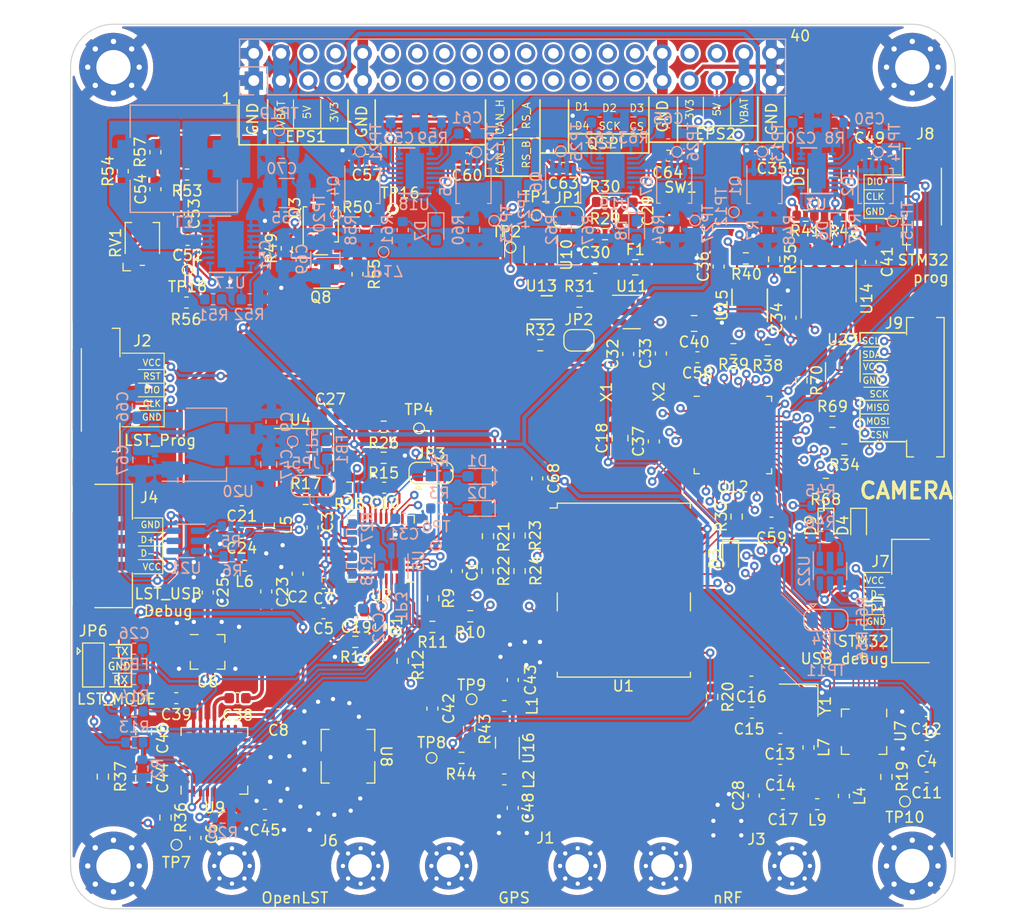
<source format=kicad_pcb>
(kicad_pcb (version 20211014) (generator pcbnew)

  (general
    (thickness 0.986)
  )

  (paper "A4")
  (layers
    (0 "F.Cu" power)
    (1 "In1.Cu" mixed)
    (2 "In2.Cu" mixed)
    (31 "B.Cu" power)
    (32 "B.Adhes" user "B.Adhesive")
    (33 "F.Adhes" user "F.Adhesive")
    (34 "B.Paste" user)
    (35 "F.Paste" user)
    (36 "B.SilkS" user "B.Silkscreen")
    (37 "F.SilkS" user "F.Silkscreen")
    (38 "B.Mask" user)
    (39 "F.Mask" user)
    (40 "Dwgs.User" user "User.Drawings")
    (41 "Cmts.User" user "User.Comments")
    (42 "Eco1.User" user "User.Eco1")
    (43 "Eco2.User" user "User.Eco2")
    (44 "Edge.Cuts" user)
    (45 "Margin" user)
    (46 "B.CrtYd" user "B.Courtyard")
    (47 "F.CrtYd" user "F.Courtyard")
    (48 "B.Fab" user)
    (49 "F.Fab" user)
    (50 "User.1" user)
    (51 "User.2" user)
    (52 "User.3" user)
    (53 "User.4" user)
    (54 "User.5" user)
    (55 "User.6" user)
    (56 "User.7" user)
    (57 "User.8" user)
    (58 "User.9" user)
  )

  (setup
    (stackup
      (layer "F.SilkS" (type "Top Silk Screen"))
      (layer "F.Paste" (type "Top Solder Paste"))
      (layer "F.Mask" (type "Top Solder Mask") (thickness 0.01))
      (layer "F.Cu" (type "copper") (thickness 0.018))
      (layer "dielectric 1" (type "core") (thickness 0.175) (material "FR4") (epsilon_r 4.5) (loss_tangent 0.02))
      (layer "In1.Cu" (type "copper") (thickness 0.035))
      (layer "dielectric 2" (type "prepreg") (thickness 0.51) (material "FR4") (epsilon_r 4.5) (loss_tangent 0.02))
      (layer "In2.Cu" (type "copper") (thickness 0.035))
      (layer "dielectric 3" (type "core") (thickness 0.175) (material "FR4") (epsilon_r 4.5) (loss_tangent 0.02))
      (layer "B.Cu" (type "copper") (thickness 0.018))
      (layer "B.Mask" (type "Bottom Solder Mask") (thickness 0.01))
      (layer "B.Paste" (type "Bottom Solder Paste"))
      (layer "B.SilkS" (type "Bottom Silk Screen"))
      (copper_finish "None")
      (dielectric_constraints no)
    )
    (pad_to_mask_clearance 0)
    (pcbplotparams
      (layerselection 0x00010fc_ffffffff)
      (disableapertmacros false)
      (usegerberextensions false)
      (usegerberattributes true)
      (usegerberadvancedattributes true)
      (creategerberjobfile true)
      (svguseinch false)
      (svgprecision 6)
      (excludeedgelayer true)
      (plotframeref false)
      (viasonmask false)
      (mode 1)
      (useauxorigin false)
      (hpglpennumber 1)
      (hpglpenspeed 20)
      (hpglpendiameter 15.000000)
      (dxfpolygonmode true)
      (dxfimperialunits true)
      (dxfusepcbnewfont true)
      (psnegative false)
      (psa4output false)
      (plotreference true)
      (plotvalue true)
      (plotinvisibletext false)
      (sketchpadsonfab false)
      (subtractmaskfromsilk false)
      (outputformat 1)
      (mirror false)
      (drillshape 1)
      (scaleselection 1)
      (outputdirectory "")
    )
  )

  (net 0 "")
  (net 1 "Net-(C1-Pad1)")
  (net 2 "GND")
  (net 3 "+3V3")
  (net 4 "/OpenLST (Beacon)/PA_VAPC")
  (net 5 "+3V8")
  (net 6 "/OpenLST (Beacon)/VDD_USB_LST")
  (net 7 "Net-(C12-Pad1)")
  (net 8 "Net-(C13-Pad2)")
  (net 9 "Net-(C15-Pad1)")
  (net 10 "Net-(C16-Pad1)")
  (net 11 "Net-(C17-Pad1)")
  (net 12 "Net-(C17-Pad2)")
  (net 13 "/MCU/MCU_POWER")
  (net 14 "Net-(C19-Pad1)")
  (net 15 "/3V3 power share/VCC_EN")
  (net 16 "Net-(C21-Pad2)")
  (net 17 "Net-(C22-Pad1)")
  (net 18 "Net-(C23-Pad2)")
  (net 19 "Net-(C24-Pad1)")
  (net 20 "Net-(C24-Pad2)")
  (net 21 "Net-(C25-Pad2)")
  (net 22 "Net-(C26-Pad1)")
  (net 23 "Net-(C29-Pad1)")
  (net 24 "/3V3 power share/EPS#1")
  (net 25 "Net-(C35-Pad2)")
  (net 26 "Net-(C38-Pad1)")
  (net 27 "Net-(C38-Pad2)")
  (net 28 "Net-(C39-Pad1)")
  (net 29 "Net-(C39-Pad2)")
  (net 30 "/MCU/VREF")
  (net 31 "Net-(C42-Pad1)")
  (net 32 "Net-(C43-Pad1)")
  (net 33 "Net-(C43-Pad2)")
  (net 34 "Net-(C45-Pad1)")
  (net 35 "Net-(C45-Pad2)")
  (net 36 "Net-(C48-Pad1)")
  (net 37 "Net-(C48-Pad2)")
  (net 38 "Net-(C49-Pad1)")
  (net 39 "/3V3 power share/EPS#2")
  (net 40 "Net-(C50-Pad1)")
  (net 41 "VIN")
  (net 42 "Net-(C52-Pad1)")
  (net 43 "Net-(C52-Pad2)")
  (net 44 "Net-(C53-Pad1)")
  (net 45 "Net-(C54-Pad1)")
  (net 46 "/Power Convertor/VBAT1/VCC_EN")
  (net 47 "/Power Convertor/EPS#1_VBAT")
  (net 48 "Net-(C57-Pad2)")
  (net 49 "Net-(C60-Pad1)")
  (net 50 "/Power Convertor/EPS#2_VBAT")
  (net 51 "Net-(C61-Pad1)")
  (net 52 "/5V power share/VCC_EN")
  (net 53 "/5V power share/EPS#1")
  (net 54 "Net-(C63-Pad2)")
  (net 55 "Net-(C64-Pad1)")
  (net 56 "/5V power share/EPS#2")
  (net 57 "Net-(C65-Pad1)")
  (net 58 "/OpenLST (Beacon)/USB_POWER_LST")
  (net 59 "Net-(D1-Pad2)")
  (net 60 "Net-(D2-Pad2)")
  (net 61 "Net-(D3-Pad1)")
  (net 62 "Net-(D4-Pad1)")
  (net 63 "/MCU/CAN_L")
  (net 64 "/MCU/CAN_H")
  (net 65 "Net-(D6-Pad1)")
  (net 66 "Net-(D6-Pad2)")
  (net 67 "Net-(D7-Pad1)")
  (net 68 "Net-(D7-Pad2)")
  (net 69 "Net-(D8-Pad1)")
  (net 70 "Net-(D8-Pad2)")
  (net 71 "Net-(D9-Pad1)")
  (net 72 "Net-(F1-Pad2)")
  (net 73 "Net-(FB1-Pad1)")
  (net 74 "/OpenLST (Beacon)/PROG_DD")
  (net 75 "/OpenLST (Beacon)/PROG_DC")
  (net 76 "/OpenLST (Beacon)/~{LST_RESET}")
  (net 77 "/MCU/USB_POWER")
  (net 78 "/MCU/SWCLK")
  (net 79 "/MCU/SWDIO")
  (net 80 "/MCU/QSPI_D1{slash}CAM_CSN")
  (net 81 "/MCU/QSPI_D2{slash}CAM_MOSI")
  (net 82 "/MCU/QSPI_D3{slash}CAM_MISO")
  (net 83 "/MCU/CAM_SCK")
  (net 84 "+5V")
  (net 85 "/I2C_SDA")
  (net 86 "/I2C_SCL")
  (net 87 "unconnected-(J12-Pad6)")
  (net 88 "unconnected-(J12-Pad8)")
  (net 89 "unconnected-(J12-Pad11)")
  (net 90 "unconnected-(J12-Pad12)")
  (net 91 "unconnected-(J12-Pad13)")
  (net 92 "unconnected-(J12-Pad14)")
  (net 93 "unconnected-(J12-Pad15)")
  (net 94 "unconnected-(J12-Pad16)")
  (net 95 "unconnected-(J12-Pad17)")
  (net 96 "unconnected-(J12-Pad18)")
  (net 97 "/MCU/RS_485_~{B}")
  (net 98 "/MCU/RS_485_A")
  (net 99 "unconnected-(J12-Pad23)")
  (net 100 "unconnected-(J12-Pad24)")
  (net 101 "/MCU/QSPI_D0")
  (net 102 "/MCU/QSPI_SCK")
  (net 103 "/MCU/QSPI_NCS")
  (net 104 "unconnected-(J12-Pad34)")
  (net 105 "unconnected-(J12-Pad36)")
  (net 106 "Net-(JP1-Pad1)")
  (net 107 "/MCU/NRST")
  (net 108 "Net-(JP2-Pad1)")
  (net 109 "Net-(JP2-Pad2)")
  (net 110 "/OpenLST (Beacon)/RF_EN")
  (net 111 "/OpenLST (Beacon)/RF_EN_MCU")
  (net 112 "/OpenLST (Beacon)/RF_PWR_EN")
  (net 113 "Net-(JP4-Pad3)")
  (net 114 "/MCU/VDD_USB")
  (net 115 "Net-(L3-Pad1)")
  (net 116 "Net-(L3-Pad2)")
  (net 117 "Net-(L4-Pad1)")
  (net 118 "Net-(L4-Pad2)")
  (net 119 "Net-(Q1-Pad5)")
  (net 120 "Net-(Q1-Pad4)")
  (net 121 "Net-(Q2-Pad4)")
  (net 122 "Net-(Q2-Pad5)")
  (net 123 "Net-(Q3-Pad4)")
  (net 124 "Net-(Q3-Pad5)")
  (net 125 "Net-(Q4-Pad5)")
  (net 126 "Net-(Q4-Pad4)")
  (net 127 "Net-(Q5-Pad4)")
  (net 128 "Net-(Q5-Pad5)")
  (net 129 "Net-(Q6-Pad5)")
  (net 130 "Net-(Q6-Pad4)")
  (net 131 "Net-(Q7-Pad4)")
  (net 132 "Net-(Q7-Pad5)")
  (net 133 "/OpenLST (Beacon)/~{LST_RX_MODE}")
  (net 134 "/OpenLST (Beacon)/LST_TX_MODE")
  (net 135 "Net-(R3-Pad2)")
  (net 136 "Net-(R4-Pad2)")
  (net 137 "Net-(R5-Pad1)")
  (net 138 "/OpenLST (Beacon)/USB_N")
  (net 139 "/OpenLST (Beacon)/USB_P")
  (net 140 "Net-(R6-Pad2)")
  (net 141 "Net-(R8-Pad2)")
  (net 142 "Net-(R9-Pad1)")
  (net 143 "/OpenLST (Beacon)/UART0_CTS")
  (net 144 "Net-(R10-Pad1)")
  (net 145 "/OpenLST (Beacon)/UART0_RTS")
  (net 146 "Net-(R11-Pad1)")
  (net 147 "/OpenLST (Beacon)/UART0_RX")
  (net 148 "Net-(R12-Pad1)")
  (net 149 "/OpenLST (Beacon)/UART0_TX")
  (net 150 "Net-(R15-Pad2)")
  (net 151 "Net-(R16-Pad2)")
  (net 152 "Net-(R17-Pad1)")
  (net 153 "Net-(R17-Pad2)")
  (net 154 "Net-(R19-Pad2)")
  (net 155 "/OpenLST (Beacon)/AN0")
  (net 156 "/OpenLST (Beacon)/AN1")
  (net 157 "Net-(R25-Pad2)")
  (net 158 "/OpenLST (Beacon)/RF_BYP")
  (net 159 "Net-(R32-Pad1)")
  (net 160 "/MCU/LED2")
  (net 161 "/MCU/CAN_RS")
  (net 162 "/MCU/RS_485_R_EN")
  (net 163 "/MCU/RS_485_T_EN")
  (net 164 "Net-(R43-Pad2)")
  (net 165 "Net-(R44-Pad1)")
  (net 166 "Net-(R44-Pad2)")
  (net 167 "Net-(R45-Pad1)")
  (net 168 "/MCU/USB_N")
  (net 169 "/MCU/USB_P")
  (net 170 "Net-(R46-Pad2)")
  (net 171 "Net-(R51-Pad2)")
  (net 172 "Net-(R52-Pad1)")
  (net 173 "Net-(R54-Pad2)")
  (net 174 "Net-(R59-Pad2)")
  (net 175 "Net-(R63-Pad2)")
  (net 176 "unconnected-(U1-Pad1)")
  (net 177 "unconnected-(U1-Pad3)")
  (net 178 "/GPS Module/IRQ")
  (net 179 "unconnected-(U1-Pad5)")
  (net 180 "unconnected-(U1-Pad6)")
  (net 181 "/GPS Module/RESET")
  (net 182 "unconnected-(U1-Pad15)")
  (net 183 "unconnected-(U1-Pad16)")
  (net 184 "unconnected-(U1-Pad17)")
  (net 185 "/GPS Module/TXD")
  (net 186 "/GPS Module/RXD")
  (net 187 "unconnected-(U2-Pad8)")
  (net 188 "unconnected-(U2-Pad18)")
  (net 189 "unconnected-(U2-Pad20)")
  (net 190 "/MCU/NRF_CE")
  (net 191 "/MCU/NRF_SPI_CSN")
  (net 192 "/MCU/NRF_SPI_SCK")
  (net 193 "/MCU/NRF_SPI_MOSI")
  (net 194 "/MCU/NRF_SPI_MISO")
  (net 195 "/MCU/NRF_IRQ")
  (net 196 "Net-(U8-Pad2)")
  (net 197 "Net-(U8-Pad6)")
  (net 198 "unconnected-(U9-Pad14)")
  (net 199 "unconnected-(U9-Pad16)")
  (net 200 "unconnected-(U9-Pad25)")
  (net 201 "unconnected-(U10-Pad3)")
  (net 202 "/MCU/WDG_RESET")
  (net 203 "unconnected-(U11-Pad3)")
  (net 204 "unconnected-(U12-Pad1)")
  (net 205 "/MCU/LSE")
  (net 206 "/MCU/HSE")
  (net 207 "/MCU/CAN_RX")
  (net 208 "/MCU/CAN_TX")
  (net 209 "unconnected-(U13-Pad3)")
  (net 210 "/MCU/RS_485_R")
  (net 211 "/MCU/RS_485_T")
  (net 212 "unconnected-(U15-Pad7)")
  (net 213 "Net-(JP6-Pad3)")
  (net 214 "/camera/CAM_VCC")
  (net 215 "Net-(R70-Pad1)")
  (net 216 "Net-(J4-Pad2)")
  (net 217 "Net-(J4-Pad3)")
  (net 218 "Net-(J7-Pad2)")
  (net 219 "Net-(J7-Pad3)")
  (net 220 "Net-(JP6-Pad1)")
  (net 221 "unconnected-(X1-Pad1)")

  (footprint "Capacitor_SMD:C_0805_2012Metric_Pad1.18x1.45mm_HandSolder" (layer "F.Cu") (at 143.1544 71.9044))

  (footprint "TCY_Buttons:KMT031NGJLHS" (layer "F.Cu") (at 141.8844 61.5881))

  (footprint "Resistor_SMD:R_0603_1608Metric" (layer "F.Cu") (at 93.853 117.983 90))

  (footprint "Resistor_SMD:R_0603_1608Metric" (layer "F.Cu") (at 157.099 61.849 180))

  (footprint "Package_DFN_QFN:QFN-20-1EP_4x4mm_P0.5mm_EP2.5x2.5mm" (layer "F.Cu") (at 159.004 109.982 -90))

  (footprint "MountingHole:MountingHole_3.2mm_M3_Pad_Via" (layer "F.Cu") (at 163.5 122.5))

  (footprint "Resistor_SMD:R_0603_1608Metric" (layer "F.Cu") (at 123.9266 91.7448 90))

  (footprint "Capacitor_SMD:C_0603_1608Metric" (layer "F.Cu") (at 94.8583 106.8505))

  (footprint "Resistor_SMD:R_0603_1608Metric" (layer "F.Cu") (at 147.9804 65.8368 180))

  (footprint "Inductor_SMD:L_0603_1608Metric" (layer "F.Cu") (at 103.492 90.678 -90))

  (footprint "Resistor_SMD:R_0603_1608Metric" (layer "F.Cu") (at 121.4628 112.4204))

  (footprint "MountingHole:MountingHole_3.2mm_M3_Pad_Via" (layer "F.Cu") (at 89 48))

  (footprint "Capacitor_SMD:C_0603_1608Metric" (layer "F.Cu") (at 100.965 88.392))

  (footprint "TCY_Connector:Amphenol 10114830-11104LF 1x04 Vertical" (layer "F.Cu") (at 88.265 92.6592 -90))

  (footprint "Capacitor_SMD:C_0603_1608Metric" (layer "F.Cu") (at 128.524 86.36 90))

  (footprint "Capacitor_SMD:C_0603_1608Metric" (layer "F.Cu") (at 152.146 71.374 90))

  (footprint "Resistor_SMD:R_0603_1608Metric" (layer "F.Cu") (at 153.162 77.216 -90))

  (footprint "Capacitor_SMD:C_0603_1608Metric" (layer "F.Cu") (at 114.2492 87.2236 180))

  (footprint "Inductor_SMD:L_0603_1608Metric" (layer "F.Cu") (at 125.45 114.427 180))

  (footprint "RF_GPS:ublox_NEO" (layer "F.Cu") (at 136.6012 96.774))

  (footprint "Package_TO_SOT_SMD:SOT-23-6_Handsoldering" (layer "F.Cu") (at 157.0228 76.454 -90))

  (footprint "Capacitor_SMD:C_0603_1608Metric" (layer "F.Cu") (at 108.585 96.139 180))

  (footprint "Inductor_SMD:L_0603_1608Metric" (layer "F.Cu") (at 105.156 64.897 90))

  (footprint "Resistor_SMD:R_0603_1608Metric" (layer "F.Cu") (at 161.0868 114.1984 90))

  (footprint "Jumper:SolderJumper-2_P1.3mm_Open_RoundedPad1.0x1.5mm" (layer "F.Cu") (at 132.4108 73.4753 180))

  (footprint "Capacitor_SMD:C_0603_1608Metric" (layer "F.Cu") (at 118.745 107.823 -90))

  (footprint "Jumper:SolderJumper-2_P1.3mm_Open_RoundedPad1.0x1.5mm" (layer "F.Cu") (at 131.4456 61.9945))

  (footprint "Inductor_SMD:L_0603_1608Metric" (layer "F.Cu") (at 95.8596 58.0136))

  (footprint "Capacitor_SMD:C_0603_1608Metric" (layer "F.Cu") (at 133.9218 66.7189))

  (footprint "Capacitor_SMD:C_0603_1608Metric" (layer "F.Cu") (at 126.24 105.156 -90))

  (footprint "Capacitor_SMD:C_0603_1608Metric" (layer "F.Cu") (at 151.1938 113.538))

  (footprint "MountingHole:MountingHole_3.2mm_M3_Pad_Via" (layer "F.Cu") (at 163.5 48))

  (footprint "Resistor_SMD:R_0603_1608Metric" (layer "F.Cu") (at 111.5568 101.6 180))

  (footprint "Resistor_SMD:R_0603_1608Metric" (layer "F.Cu") (at 118.8212 97.536 -90))

  (footprint "Resistor_SMD:R_0603_1608Metric" (layer "F.Cu") (at 134.8492 60.5721))

  (footprint "Resistor_SMD:R_0603_1608Metric" (layer "F.Cu") (at 157.1752 83.6676 180))

  (footprint "Capacitor_SMD:C_0603_1608Metric" (layer "F.Cu") (at 122.0216 56.515))

  (footprint "TCY_Connector:TestPoint_Pad_D0.5mm" (layer "F.Cu") (at 122.4026 106.947))

  (footprint "Resistor_SMD:R_0603_1608Metric" (layer "F.Cu") (at 126.873 94.996 90))

  (footprint "Resistor_SMD:R_0603_1608Metric" (layer "F.Cu") (at 115.9764 103.378 -90))

  (footprint "Capacitor_SMD:C_0603_1608Metric" (layer "F.Cu") (at 139.3952 82.9056 90))

  (footprint "Resistor_SMD:R_0603_1608Metric" (layer "F.Cu") (at 110.998 87.2236))

  (footprint "Resistor_SMD:R_0603_1608Metric" (layer "F.Cu") (at 113.9444 100.1268 90))

  (footprint "footprints:iPEX" (layer "F.Cu") (at 146.25 122.5 180))

  (footprint "Capacitor_SMD:C_0603_1608Metric" (layer "F.Cu") (at 148.717 115.938 90))

  (footprint "Capacitor_SMD:C_0603_1608Metric" (layer "F.Cu") (at 164.846 114.2492 180))

  (footprint "Capacitor_SMD:C_0603_1608Metric" (layer "F.Cu") (at 112.649 56.642))

  (footprint "Inductor_SMD:L_0603_1608Metric" (layer "F.Cu") (at 153.8224 111.4552 -90))

  (footprint "Capacitor_SMD:C_0603_1608Metric" (layer "F.Cu") (at 137.414 61.3849 -90))

  (footprint "Capacitor_SMD:C_0603_1608Metric" (layer "F.Cu") (at 159.517223 56.0263))

  (footprint "Resistor_SMD:R_0603_1608Metric" (layer "F.Cu") (at 144.8308 106.7308 90))

  (footprint "Resistor_SMD:R_0603_1608Metric" (layer "F.Cu") (at 123.8758 94.996 90))

  (footprint "footprints:iPEX" (layer "F.Cu") (at 106 122.5 180))

  (footprint "Capacitor_SMD:C_0603_1608Metric" (layer "F.Cu") (at 100.952 91.44 180))

  (footprint "TCY_Connector:TestPoint_Pad_D0.5mm" (layer "F.Cu") (at 117.5004 81.6864))

  (footprint "Package_DFN_QFN:DFN-10-1EP_3x3mm_P0.5mm_EP1.55x2.48mm" (layer "F.Cu")
    (tedit 5EA4BECA) (tstamp 64263d5c-9427-4c92-a73a-afe8e63e20fb)
    (at 148.336 70.2056 90)
    (descr "10-Lead Plastic Dual Flat, No Lead Package (MF) - 3x3x0.9 mm Body [DFN] (see Microchip Packaging Specification 00000049BS.pdf)")
    (tags "DFN 0.5")
    (property "Sheetfile" "mcu_comm.kicad_sch")
    (property "Sheetname" "MCU")
    (path "/81a5172c-b171-400d-8856-41d6e486bdd1/a66e8b44-b972-4f7b-ba80-f64e58de1944")
    (attr smd)
    (fp_text reference "U15" (at 0 -2.575 90) (layer "F.SilkS")
      (effects (font (size 1 1) (thickness 0.15)))
      (tstamp af58d6aa-33e4-4da2-8ea3-2304125e31c0)
    )
    (fp_text value "MAX13430ETB+" (at 0 2.575 90) (layer "F.Fab")
      (effects (font (size 1 1) (thickness 0.15)))
      (tstamp 94937ca0-c1d9-424d-88cf-010fb503f8a5)
    )
    (fp_text user "${REFERENCE}" (at 0 0 90) (layer "F.Fab")
      (effects (font (size 0.7 0.7) (thickness 0.105)))
      (tstamp 67a55320-79e2-4952-9d6a-671cbdcfc9f7)
    )
    (fp_line (start -1.5 1.65) (end 1.5 1.65) (layer "F.SilkS") (width 0.15) (tstamp 47b3834c-8a87-4af3-9143-c88b9cd89304))
    (fp_line (start 0 -1.65) (end 1.5 -1.65) (layer "F.SilkS") (width 0.15) (tstamp adc74667-5dec-4b95-9d35-ffc7db9ad260))
    (fp_line (start -2.15 -1.85) (end -2.15 1.85) (layer "F.CrtYd") (width 0.05) (tstamp 20c401b1-c1bb-42cd-8ef2-fd89663a6cf3))
    (fp_line (start -2.15 1.85) (end 2.15 1.85) (layer "F.CrtYd") (width 0.05) (tstamp a7098063-91db-4dae-8c97-631051e8de0e))
    (fp_line (start 2.15 -1.85) (end 2.15 1.85) (layer "F.CrtYd") (width 0.05) (tstamp d1594cc0-0357-4de5-8d76-bb3a044297b2))
    (fp_line (start -2.15 -1.85) (end 2.15 -1.85) (layer "F.CrtYd") (width 0.05) (tstamp d500cfb3-be5f-4c90-8432-d0e5e29eda2a))
    (fp_line (start -1.5 -0.5) (end -0.5 -1.5) (layer "F.Fab") (width 0.15) (tstamp 4013842c-f594-4f18-a07a-785be971cdaf))
    (fp_line (start -1.5 1.5) (end -1.5 -0.5) (layer "F.Fab") (width 0.15) (tstamp 68cc97a1-6c76-411f-a28b-36162918d55d))
    (fp_line (start 1.5 1.5) (end -1.5 1.5) (layer "F.Fab") (width 0.15) (tstamp 6a2b63d3-b52c-4af8-b72e-63fe811d3d24))
    (fp_line (start 1.5 -1.5) (end 1.5 1.5) (layer "F.Fab") (width 0.15) (tstamp b6b0b082-3ad5-486d-9247-7e4db31838ef))
    (fp_line (start -0.5 -1.5) (end 1.5 -1.5) (layer "F.Fab") (width 0.15) (tstamp c40a33aa-f777-4109-9efd-12123c039897))
    (pad "" smd rect locked (at 0.3875 0.62 90) (size 0.6 1.05) (layers "F.Paste") (tstamp 13432df8-5be2-422d-b431-13bedccbff4d))
    (pad "" smd rect locked (at -0.3875 -0.62 90) (size 0.6 1.05) (layers "F.Paste") (tstamp 4be9d67c-a6f3-435e-8133-0f53bd74a878))
    (pad "" smd rect locked (at -0.3875 0.62 90) (size 0.6 1.05) (layers "F.Paste") (tstamp 5d69c2f3-acbd-4c54-bda2-b7785c2010cf))
    (pad "" smd rect locked (at 0.3875 -0.62 90) (size
... [3766498 chars truncated]
</source>
